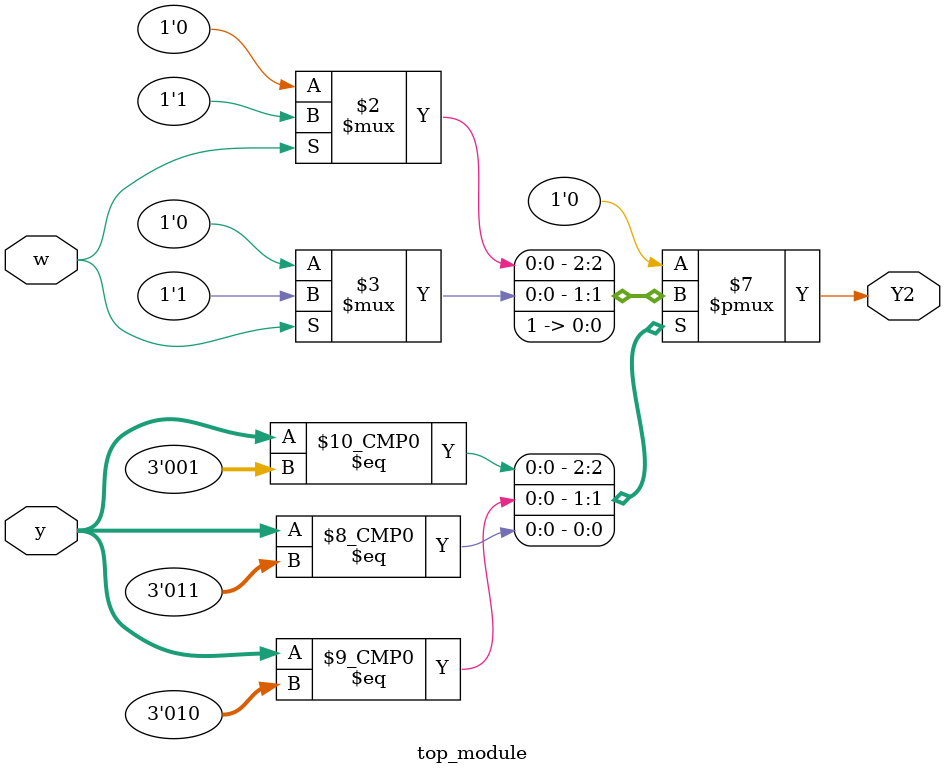
<source format=sv>
module top_module(
	input [3:1] y,
	input w,
	output reg Y2);

	// State encoding
	localparam A = 3'b000,
			   B = 3'b001,
			   C = 3'b010,
			   D = 3'b011,
			   E = 3'b100,
			   F = 3'b101;

	always @(*) begin
		case (y)
			A: Y2 = 1'b0;  // A --0--> B, A --1--> A   (000)
			B: Y2 = w ? 1'b1 : 1'b0;  // B --0--> C, B --1--> D  (001)
			C: Y2 = w ? 1'b1 : 1'b0;  // C --0--> E, C --1--> D  (010)
			D: Y2 = 1'b1;  // D --0--> F, D --1--> A   (011)
			E: Y2 = 1'b0;  // E --0--> E, E --1--> D   (100)
			F: Y2 = 1'b0;  // F --0--> C, F --1--> D   (101)
			default: Y2 = 1'b0;
		endcase
	end
endmodule

</source>
